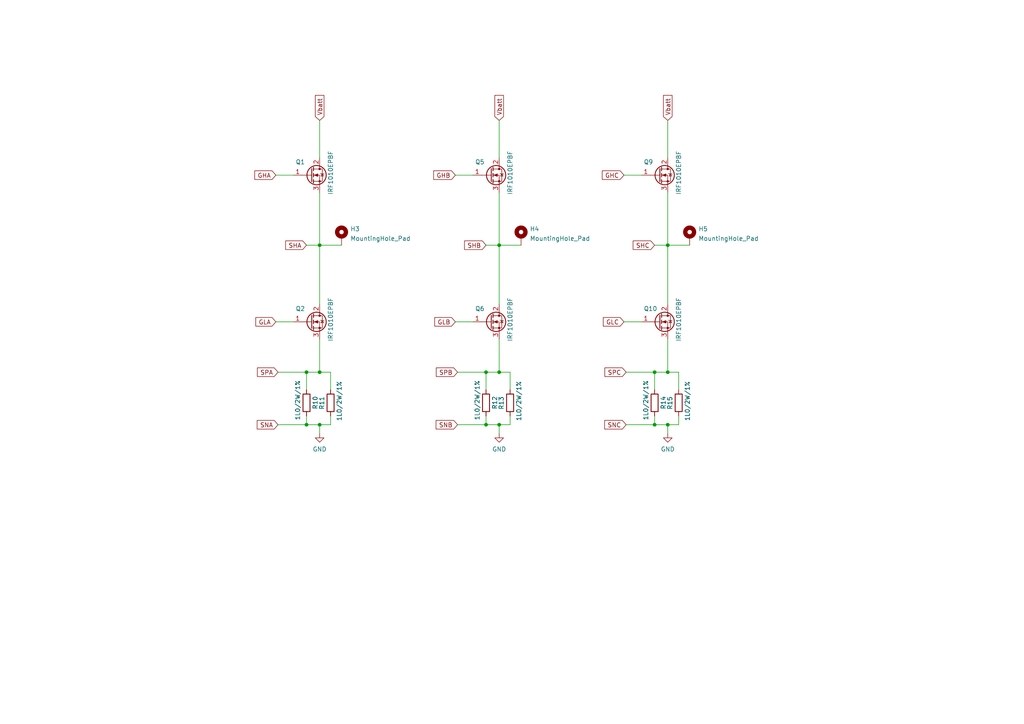
<source format=kicad_sch>
(kicad_sch (version 20211123) (generator eeschema)
  (paper "A4")
  (lib_symbols
    (symbol "Device:Q_NMOS_GDS" (pin_names (offset 0) hide)
      (property "Reference" "Q" (at 5.08 1.27 0))
      (property "Value" "Q_NMOS_GDS" (at 5.08 -1.27 0))
      (symbol "Q_NMOS_GDS_0_1"
        (polyline (pts (xy 0.254 0) (xy -2.54 0)))
        (polyline (pts (xy 0.254 1.905) (xy 0.254 -1.905)) (stroke (width 0.254)))
        (polyline (pts (xy 0.762 -1.27) (xy 0.762 -2.286)) (stroke (width 0.254)))
        (polyline (pts (xy 0.762 0.508) (xy 0.762 -0.508)) (stroke (width 0.254)))
        (polyline (pts (xy 0.762 2.286) (xy 0.762 1.27)) (stroke (width 0.254)))
        (polyline (pts (xy 2.54 2.54) (xy 2.54 1.778)))
        (polyline (pts (xy 2.54 -2.54) (xy 2.54 0) (xy 0.762 0)))
        (polyline (pts (xy 0.762 -1.778) (xy 3.302 -1.778) (xy 3.302 1.778) (xy 0.762 1.778)))
        (polyline (pts (xy 1.016 0) (xy 2.032 0.381) (xy 2.032 -0.381) (xy 1.016 0)) (fill (type outline)))
        (polyline (pts (xy 2.794 0.508) (xy 2.921 0.381) (xy 3.683 0.381) (xy 3.81 0.254)))
        (polyline (pts (xy 3.302 0.381) (xy 2.921 -0.254) (xy 3.683 -0.254) (xy 3.302 0.381)))
        (circle (center 1.651 0) (radius 2.794) (stroke (width 0.254)))
        (circle (center 2.54 -1.778) (radius 0.254) (fill (type outline)))
        (circle (center 2.54 1.778) (radius 0.254) (fill (type outline)))
      )
      (symbol "Q_NMOS_GDS_1_1"
        (pin input line (at -5.08 0 0) (length 2.54) (name "G") (number "1"))
        (pin passive line (at 2.54 5.08 270) (length 2.54) (name "D") (number "2"))
        (pin passive line (at 2.54 -5.08 90) (length 2.54) (name "S") (number "3"))
      )
    )
    (symbol "Device:R" (pin_numbers hide) (pin_names (offset 0))
      (property "Reference" "R" (at 2.032 0 90))
      (property "Value" "R" (at 0 0 90))
      (symbol "R_0_1"
        (rectangle (start -1.016 -2.54) (end 1.016 2.54) (stroke (width 0.254)))
      )
      (symbol "R_1_1"
        (pin passive line (at 0 3.81 270) (length 1.27) (name "~") (number "1"))
        (pin passive line (at 0 -3.81 90) (length 1.27) (name "~") (number "2"))
      )
    )
    (symbol "Mechanical:MountingHole_Pad" (pin_numbers hide) (pin_names (offset 1.016) hide)
      (property "Reference" "H" (at 0 6.35 0))
      (property "Value" "MountingHole_Pad" (at 0 4.445 0))
      (symbol "MountingHole_Pad_0_1"
        (circle (center 0 1.27) (radius 1.27) (stroke (width 1.27)))
      )
      (symbol "MountingHole_Pad_1_1"
        (pin input line (at 0 -2.54 90) (length 2.54) (name "1") (number "1"))
      )
    )
    (symbol "power:GND" (power) (pin_names (offset 0))
      (property "Value" "GND" (at 0 -3.81 0))
      (symbol "GND_0_1"
        (polyline (pts (xy 0 0) (xy 0 -1.27) (xy 1.27 -1.27) (xy 0 -2.54) (xy -1.27 -1.27) (xy 0 -1.27)))
      )
      (symbol "GND_1_1"
        (pin power_in line (at 0 0 270) (length 0) hide (name "GND") (number "1"))
      )
    )
  )
  (junction (at 144.78 107.95))
  (junction (at 88.9 123.19))
  (junction (at 92.71 107.95))
  (junction (at 140.97 107.95))
  (junction (at 193.675 71.12))
  (junction (at 193.675 107.95))
  (junction (at 92.71 71.12))
  (junction (at 144.78 123.19))
  (junction (at 189.865 107.95))
  (junction (at 193.675 123.19))
  (junction (at 189.865 123.19))
  (junction (at 92.71 123.19))
  (junction (at 140.97 123.19))
  (junction (at 88.9 107.95))
  (junction (at 144.78 71.12))
  (wire (pts (xy 193.675 107.95) (xy 196.85 107.95)))
  (wire (pts (xy 92.71 71.12) (xy 99.06 71.12)))
  (wire (pts (xy 147.955 123.19) (xy 144.78 123.19)))
  (wire (pts (xy 181.61 107.95) (xy 189.865 107.95)))
  (wire (pts (xy 181.61 123.19) (xy 189.865 123.19)))
  (wire (pts (xy 144.78 107.95) (xy 147.955 107.95)))
  (wire (pts (xy 193.675 34.925) (xy 193.675 45.72)))
  (wire (pts (xy 88.9 123.19) (xy 92.71 123.19)))
  (wire (pts (xy 193.675 123.19) (xy 193.675 125.73)))
  (wire (pts (xy 95.885 123.19) (xy 92.71 123.19)))
  (wire (pts (xy 193.675 71.12) (xy 193.675 88.265)))
  (wire (pts (xy 92.71 123.19) (xy 92.71 125.73)))
  (wire (pts (xy 193.675 98.425) (xy 193.675 107.95)))
  (wire (pts (xy 144.78 123.19) (xy 144.78 125.73)))
  (wire (pts (xy 189.865 71.12) (xy 193.675 71.12)))
  (wire (pts (xy 140.97 107.95) (xy 140.97 113.03)))
  (wire (pts (xy 80.645 107.95) (xy 88.9 107.95)))
  (wire (pts (xy 140.97 123.19) (xy 144.78 123.19)))
  (wire (pts (xy 92.71 107.95) (xy 95.885 107.95)))
  (wire (pts (xy 95.885 107.95) (xy 95.885 113.03)))
  (wire (pts (xy 80.645 123.19) (xy 88.9 123.19)))
  (wire (pts (xy 132.08 93.345) (xy 137.16 93.345)))
  (wire (pts (xy 92.71 107.95) (xy 88.9 107.95)))
  (wire (pts (xy 189.865 120.65) (xy 189.865 123.19)))
  (wire (pts (xy 193.675 71.12) (xy 200.025 71.12)))
  (wire (pts (xy 193.675 55.88) (xy 193.675 71.12)))
  (wire (pts (xy 196.85 123.19) (xy 193.675 123.19)))
  (wire (pts (xy 180.975 50.8) (xy 186.055 50.8)))
  (wire (pts (xy 92.71 98.425) (xy 92.71 107.95)))
  (wire (pts (xy 132.08 50.8) (xy 137.16 50.8)))
  (wire (pts (xy 196.85 120.65) (xy 196.85 123.19)))
  (wire (pts (xy 144.78 34.925) (xy 144.78 45.72)))
  (wire (pts (xy 92.71 71.12) (xy 92.71 88.265)))
  (wire (pts (xy 189.865 123.19) (xy 193.675 123.19)))
  (wire (pts (xy 144.78 71.12) (xy 151.13 71.12)))
  (wire (pts (xy 88.9 107.95) (xy 88.9 113.03)))
  (wire (pts (xy 88.9 71.12) (xy 92.71 71.12)))
  (wire (pts (xy 180.975 93.345) (xy 186.055 93.345)))
  (wire (pts (xy 132.715 107.95) (xy 140.97 107.95)))
  (wire (pts (xy 189.865 107.95) (xy 193.675 107.95)))
  (wire (pts (xy 147.955 120.65) (xy 147.955 123.19)))
  (wire (pts (xy 92.71 55.88) (xy 92.71 71.12)))
  (wire (pts (xy 196.85 107.95) (xy 196.85 113.03)))
  (wire (pts (xy 189.865 107.95) (xy 189.865 113.03)))
  (wire (pts (xy 95.885 120.65) (xy 95.885 123.19)))
  (wire (pts (xy 80.01 50.8) (xy 85.09 50.8)))
  (wire (pts (xy 144.78 98.425) (xy 144.78 107.95)))
  (wire (pts (xy 140.97 71.12) (xy 144.78 71.12)))
  (wire (pts (xy 147.955 107.95) (xy 147.955 113.03)))
  (wire (pts (xy 144.78 71.12) (xy 144.78 88.265)))
  (wire (pts (xy 88.9 120.65) (xy 88.9 123.19)))
  (wire (pts (xy 140.97 107.95) (xy 144.78 107.95)))
  (wire (pts (xy 144.78 55.88) (xy 144.78 71.12)))
  (wire (pts (xy 80.01 93.345) (xy 85.09 93.345)))
  (wire (pts (xy 140.97 120.65) (xy 140.97 123.19)))
  (wire (pts (xy 132.715 123.19) (xy 140.97 123.19)))
  (wire (pts (xy 92.71 34.925) (xy 92.71 45.72)))
  (global_label "SPC" (shape input) (at 181.61 107.95 180) (property "Intersheet References" "${INTERSHEET_REFS}" (effects hide)))
  (global_label "GHA" (shape input) (at 80.01 50.8 180) (property "Intersheet References" "${INTERSHEET_REFS}" (effects hide)))
  (global_label "SNC" (shape input) (at 181.61 123.19 180) (property "Intersheet References" "${INTERSHEET_REFS}" (effects hide)))
  (global_label "SHA" (shape input) (at 88.9 71.12 180) (property "Intersheet References" "${INTERSHEET_REFS}" (effects hide)))
  (global_label "SHC" (shape input) (at 189.865 71.12 180) (property "Intersheet References" "${INTERSHEET_REFS}" (effects hide)))
  (global_label "SNB" (shape input) (at 132.715 123.19 180) (property "Intersheet References" "${INTERSHEET_REFS}" (effects hide)))
  (global_label "SPB" (shape input) (at 132.715 107.95 180) (property "Intersheet References" "${INTERSHEET_REFS}" (effects hide)))
  (global_label "GLC" (shape input) (at 180.975 93.345 180) (property "Intersheet References" "${INTERSHEET_REFS}" (effects hide)))
  (global_label "GLA" (shape input) (at 80.01 93.345 180) (property "Intersheet References" "${INTERSHEET_REFS}" (effects hide)))
  (global_label "Vbatt" (shape input) (at 193.675 34.925 90) (property "Intersheet References" "${INTERSHEET_REFS}" (effects hide)))
  (global_label "SHB" (shape input) (at 140.97 71.12 180) (property "Intersheet References" "${INTERSHEET_REFS}" (effects hide)))
  (global_label "SNA" (shape input) (at 80.645 123.19 180) (property "Intersheet References" "${INTERSHEET_REFS}" (effects hide)))
  (global_label "Vbatt" (shape input) (at 144.78 34.925 90) (property "Intersheet References" "${INTERSHEET_REFS}" (effects hide)))
  (global_label "GHC" (shape input) (at 180.975 50.8 180) (property "Intersheet References" "${INTERSHEET_REFS}" (effects hide)))
  (global_label "Vbatt" (shape input) (at 92.71 34.925 90) (property "Intersheet References" "${INTERSHEET_REFS}" (effects hide)))
  (global_label "GHB" (shape input) (at 132.08 50.8 180) (property "Intersheet References" "${INTERSHEET_REFS}" (effects hide)))
  (global_label "GLB" (shape input) (at 132.08 93.345 180) (property "Intersheet References" "${INTERSHEET_REFS}" (effects hide)))
  (global_label "SPA" (shape input) (at 80.645 107.95 180) (property "Intersheet References" "${INTERSHEET_REFS}" (effects hide)))
  (symbol (lib_id "power:GND") (at 144.78 125.73 0) (unit 1)
    (property "Reference" "#PWR023" (effects hide))
    (property "Value" "GND" (at 144.78 130.2925 0))
  )
  (symbol (lib_id "Device:Q_NMOS_GDS") (at 191.135 50.8 0) (unit 1)
    (property "Reference" "Q9" (at 186.69 46.99 0) (effects (justify left)))
    (property "Value" "IRF1010EPBF" (at 196.85 56.515 90) (effects (justify left)))
    (property "Footprint" "Package_TO_SOT_THT:TO-220-3_Horizontal_TabUp" (effects hide))
    (property "MPN" "IRF1010EPBF" (effects hide))
    (property "Supplier" "Digikey" (effects hide))
    (property "Supplier_PN" "IRF1010EPBF-ND" (effects hide))
  )
  (symbol (lib_id "power:GND") (at 193.675 125.73 0) (unit 1)
    (property "Reference" "#PWR024" (effects hide))
    (property "Value" "GND" (at 193.675 130.2925 0))
  )
  (symbol (lib_id "Device:Q_NMOS_GDS") (at 191.135 93.345 0) (unit 1)
    (property "Reference" "Q10" (at 186.69 89.535 0) (effects (justify left)))
    (property "Value" "IRF1010EPBF" (at 196.85 99.06 90) (effects (justify left)))
    (property "Footprint" "Package_TO_SOT_THT:TO-220-3_Horizontal_TabUp" (effects hide))
    (property "MPN" "IRF1010EPBF" (effects hide))
    (property "Supplier" "Digikey" (effects hide))
    (property "Supplier_PN" "IRF1010EPBF-ND" (effects hide))
  )
  (symbol (lib_id "Device:R") (at 140.97 116.84 0) (unit 1)
    (property "Reference" "R12" (at 143.51 118.745 90) (effects (justify left)))
    (property "Value" "1L0/2W/1%" (at 138.43 121.92 90) (effects (justify left)))
    (property "Footprint" "Resistor_SMD:R_2512_6332Metric" (effects hide))
    (property "MPN" "PMR100HZPFV1L00" (effects hide))
    (property "Supplier" "Digikey" (effects hide))
    (property "Supplier_PN" "RHM.001AUCT-ND" (effects hide))
  )
  (symbol (lib_id "Device:R") (at 147.955 116.84 180) (unit 1)
    (property "Reference" "R13" (at 145.415 114.935 90) (effects (justify left)))
    (property "Value" "1L0/2W/1%" (at 150.495 110.49 90) (effects (justify left)))
    (property "Footprint" "Resistor_SMD:R_2512_6332Metric" (effects hide))
    (property "MPN" "PMR100HZPFV1L00" (effects hide))
    (property "Supplier" "Digikey" (effects hide))
    (property "Supplier_PN" "RHM.001AUCT-ND" (effects hide))
  )
  (symbol (lib_id "Device:R") (at 189.865 116.84 0) (unit 1)
    (property "Reference" "R14" (at 192.405 118.745 90) (effects (justify left)))
    (property "Value" "1L0/2W/1%" (at 187.325 121.92 90) (effects (justify left)))
    (property "Footprint" "Resistor_SMD:R_2512_6332Metric" (effects hide))
    (property "MPN" "PMR100HZPFV1L00" (effects hide))
    (property "Supplier" "Digikey" (effects hide))
    (property "Supplier_PN" "RHM.001AUCT-ND" (effects hide))
  )
  (symbol (lib_id "Device:Q_NMOS_GDS") (at 90.17 93.345 0) (unit 1)
    (property "Reference" "Q2" (at 85.725 89.535 0) (effects (justify left)))
    (property "Value" "IRF1010EPBF" (at 95.885 99.06 90) (effects (justify left)))
    (property "Footprint" "Package_TO_SOT_THT:TO-220-3_Horizontal_TabUp" (effects hide))
    (property "MPN" "IRF1010EPBF" (effects hide))
    (property "Supplier" "Digikey" (effects hide))
    (property "Supplier_PN" "IRF1010EPBF-ND" (effects hide))
  )
  (symbol (lib_id "Device:R") (at 88.9 116.84 0) (unit 1)
    (property "Reference" "R10" (at 91.44 118.745 90) (effects (justify left)))
    (property "Value" "1L0/2W/1%" (at 86.36 121.92 90) (effects (justify left)))
    (property "Footprint" "Resistor_SMD:R_2512_6332Metric" (effects hide))
    (property "MPN" "PMR100HZPFV1L00" (effects hide))
    (property "Supplier" "Digikey" (effects hide))
    (property "Supplier_PN" "RHM.001AUCT-ND" (effects hide))
  )
  (symbol (lib_id "Mechanical:MountingHole_Pad") (at 151.13 68.58 0) (unit 1) (in_bom no)
    (property "Reference" "H4" (at 153.67 66.4015 0) (effects (justify left)))
    (property "Value" "MountingHole_Pad" (at 153.67 69.1766 0) (effects (justify left)))
    (property "Footprint" "MountingHole:MountingHole_2.7mm" (effects hide))
  )
  (symbol (lib_id "Device:Q_NMOS_GDS") (at 90.17 50.8 0) (unit 1)
    (property "Reference" "Q1" (at 85.725 46.99 0) (effects (justify left)))
    (property "Value" "IRF1010EPBF" (at 95.885 56.515 90) (effects (justify left)))
    (property "Footprint" "Package_TO_SOT_THT:TO-220-3_Horizontal_TabUp" (effects hide))
    (property "MPN" "IRF1010EPBF" (effects hide))
    (property "Supplier" "Digikey" (effects hide))
    (property "Supplier_PN" "IRF1010EPBF-ND" (effects hide))
  )
  (symbol (lib_id "Device:Q_NMOS_GDS") (at 142.24 50.8 0) (unit 1)
    (property "Reference" "Q5" (at 137.795 46.99 0) (effects (justify left)))
    (property "Value" "IRF1010EPBF" (at 147.955 56.515 90) (effects (justify left)))
    (property "Footprint" "Package_TO_SOT_THT:TO-220-3_Horizontal_TabUp" (effects hide))
    (property "MPN" "IRF1010EPBF" (effects hide))
    (property "Supplier" "Digikey" (effects hide))
    (property "Supplier_PN" "IRF1010EPBF-ND" (effects hide))
  )
  (symbol (lib_id "Mechanical:MountingHole_Pad") (at 99.06 68.58 0) (unit 1) (in_bom no)
    (property "Reference" "H3" (at 101.6 66.4015 0) (effects (justify left)))
    (property "Value" "MountingHole_Pad" (at 101.6 69.1766 0) (effects (justify left)))
    (property "Footprint" "MountingHole:MountingHole_2.7mm" (effects hide))
  )
  (symbol (lib_id "Mechanical:MountingHole_Pad") (at 200.025 68.58 0) (unit 1) (in_bom no)
    (property "Reference" "H5" (at 202.565 66.4015 0) (effects (justify left)))
    (property "Value" "MountingHole_Pad" (at 202.565 69.1766 0) (effects (justify left)))
    (property "Footprint" "MountingHole:MountingHole_2.7mm" (effects hide))
  )
  (symbol (lib_id "Device:R") (at 95.885 116.84 180) (unit 1)
    (property "Reference" "R11" (at 93.345 114.935 90) (effects (justify left)))
    (property "Value" "1L0/2W/1%" (at 98.425 110.49 90) (effects (justify left)))
    (property "Footprint" "Resistor_SMD:R_2512_6332Metric" (effects hide))
    (property "MPN" "PMR100HZPFV1L00" (effects hide))
    (property "Supplier" "Digikey" (effects hide))
    (property "Supplier_PN" "RHM.001AUCT-ND" (effects hide))
  )
  (symbol (lib_id "Device:R") (at 196.85 116.84 180) (unit 1)
    (property "Reference" "R15" (at 194.31 114.935 90) (effects (justify left)))
    (property "Value" "1L0/2W/1%" (at 199.39 110.49 90) (effects (justify left)))
    (property "Footprint" "Resistor_SMD:R_2512_6332Metric" (effects hide))
    (property "MPN" "PMR100HZPFV1L00" (effects hide))
    (property "Supplier" "Digikey" (effects hide))
    (property "Supplier_PN" "RHM.001AUCT-ND" (effects hide))
  )
  (symbol (lib_id "power:GND") (at 92.71 125.73 0) (unit 1)
    (property "Reference" "#PWR022" (effects hide))
    (property "Value" "GND" (at 92.71 130.2925 0))
  )
  (symbol (lib_id "Device:Q_NMOS_GDS") (at 142.24 93.345 0) (unit 1)
    (property "Reference" "Q6" (at 137.795 89.535 0) (effects (justify left)))
    (property "Value" "IRF1010EPBF" (at 147.955 99.06 90) (effects (justify left)))
    (property "Footprint" "Package_TO_SOT_THT:TO-220-3_Horizontal_TabUp" (effects hide))
    (property "MPN" "IRF1010EPBF" (effects hide))
    (property "Supplier" "Digikey" (effects hide))
    (property "Supplier_PN" "IRF1010EPBF-ND" (effects hide))
  )
)
</source>
